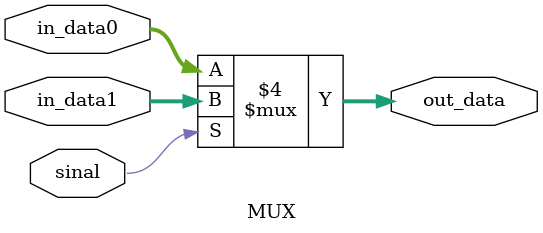
<source format=v>
module MUX(sinal, in_data0, in_data1, out_data);

parameter                    data_bits = 31;
input                        sinal;
input    [data_bits:0]       in_data0;
input    [data_bits:0]       in_data1;
output   [data_bits:0]       out_data;
reg      [data_bits:0]       out_data;

always @(*)
begin
	if (sinal==0)
		out_data = in_data0;
	else
		out_data = in_data1;
end

endmodule
</source>
